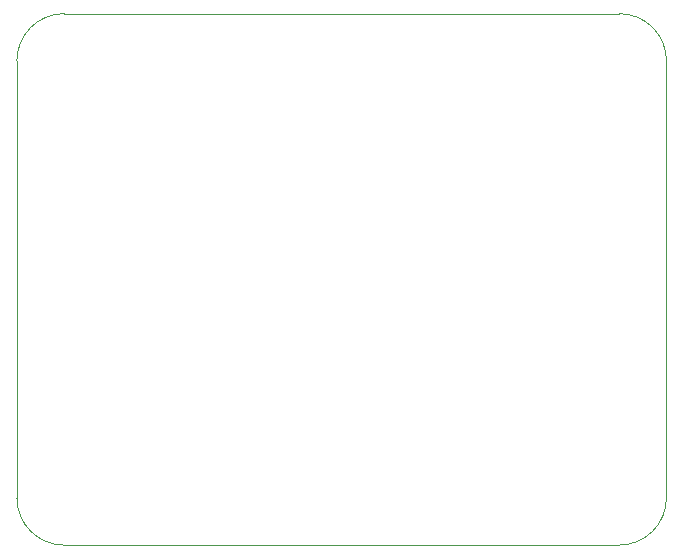
<source format=gbr>
G04 #@! TF.GenerationSoftware,KiCad,Pcbnew,8.0.0*
G04 #@! TF.CreationDate,2024-03-21T15:50:23+02:00*
G04 #@! TF.ProjectId,iot-risk-logger-stm32l4,696f742d-7269-4736-9b2d-6c6f67676572,1.0.0*
G04 #@! TF.SameCoordinates,Original*
G04 #@! TF.FileFunction,Profile,NP*
%FSLAX46Y46*%
G04 Gerber Fmt 4.6, Leading zero omitted, Abs format (unit mm)*
G04 Created by KiCad (PCBNEW 8.0.0) date 2024-03-21 15:50:23*
%MOMM*%
%LPD*%
G01*
G04 APERTURE LIST*
G04 #@! TA.AperFunction,Profile*
%ADD10C,0.100000*%
G04 #@! TD*
G04 APERTURE END LIST*
D10*
X25879422Y-26577418D02*
X25879422Y-63577418D01*
X25879422Y-26577418D02*
G75*
G02*
X29879422Y-22577412I4000028J-22D01*
G01*
X29879422Y-22577418D02*
X76879422Y-22577432D01*
X29879422Y-67577418D02*
X76879422Y-67577432D01*
X80879422Y-63577432D02*
G75*
G02*
X76879422Y-67577432I-4000002J2D01*
G01*
X80879422Y-26577432D02*
X80879422Y-63577432D01*
X29879422Y-67577418D02*
G75*
G02*
X25879422Y-63577418I8J4000008D01*
G01*
X76879422Y-22577432D02*
G75*
G02*
X80879368Y-26577432I-22J-3999968D01*
G01*
M02*

</source>
